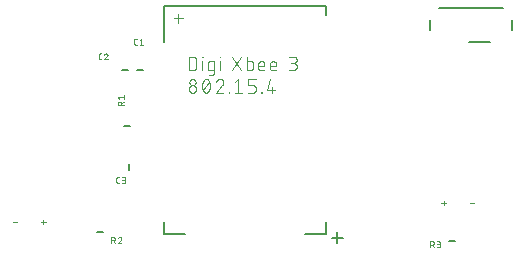
<source format=gbr>
G04 EAGLE Gerber RS-274X export*
G75*
%MOMM*%
%FSLAX34Y34*%
%LPD*%
%INSilkscreen Top*%
%IPPOS*%
%AMOC8*
5,1,8,0,0,1.08239X$1,22.5*%
G01*
%ADD10C,0.127000*%
%ADD11C,0.101600*%
%ADD12C,0.050800*%
%ADD13C,0.203200*%


D10*
X191100Y22921D02*
X173320Y22921D01*
X292700Y22921D02*
X310480Y22921D01*
X310480Y208341D02*
X310480Y215961D01*
X173320Y215961D01*
X173320Y185481D01*
X173320Y33081D02*
X173320Y22921D01*
X310480Y22921D02*
X310480Y33081D01*
D11*
X189237Y205772D02*
X181448Y205772D01*
X185343Y201878D02*
X185343Y209667D01*
X194148Y173543D02*
X194148Y161859D01*
X194148Y173543D02*
X197394Y173543D01*
X197507Y173541D01*
X197620Y173535D01*
X197733Y173525D01*
X197846Y173511D01*
X197958Y173494D01*
X198069Y173472D01*
X198179Y173447D01*
X198289Y173417D01*
X198397Y173384D01*
X198504Y173347D01*
X198610Y173307D01*
X198714Y173262D01*
X198817Y173214D01*
X198918Y173163D01*
X199017Y173108D01*
X199114Y173050D01*
X199209Y172988D01*
X199302Y172923D01*
X199392Y172855D01*
X199480Y172784D01*
X199566Y172709D01*
X199649Y172632D01*
X199729Y172552D01*
X199806Y172469D01*
X199881Y172383D01*
X199952Y172295D01*
X200020Y172205D01*
X200085Y172112D01*
X200147Y172017D01*
X200205Y171920D01*
X200260Y171821D01*
X200311Y171720D01*
X200359Y171617D01*
X200404Y171513D01*
X200444Y171407D01*
X200481Y171300D01*
X200514Y171192D01*
X200544Y171082D01*
X200569Y170972D01*
X200591Y170861D01*
X200608Y170749D01*
X200622Y170636D01*
X200632Y170523D01*
X200638Y170410D01*
X200640Y170297D01*
X200639Y170297D02*
X200639Y165104D01*
X200640Y165104D02*
X200638Y164991D01*
X200632Y164878D01*
X200622Y164765D01*
X200608Y164652D01*
X200591Y164540D01*
X200569Y164429D01*
X200544Y164319D01*
X200514Y164209D01*
X200481Y164101D01*
X200444Y163994D01*
X200404Y163888D01*
X200359Y163784D01*
X200311Y163681D01*
X200260Y163580D01*
X200205Y163481D01*
X200147Y163384D01*
X200085Y163289D01*
X200020Y163196D01*
X199952Y163106D01*
X199881Y163018D01*
X199806Y162932D01*
X199729Y162849D01*
X199649Y162769D01*
X199566Y162692D01*
X199480Y162617D01*
X199392Y162546D01*
X199302Y162478D01*
X199209Y162413D01*
X199114Y162351D01*
X199017Y162293D01*
X198918Y162238D01*
X198817Y162187D01*
X198714Y162139D01*
X198610Y162094D01*
X198504Y162054D01*
X198397Y162017D01*
X198289Y161984D01*
X198179Y161954D01*
X198069Y161929D01*
X197958Y161907D01*
X197846Y161890D01*
X197733Y161876D01*
X197620Y161866D01*
X197507Y161860D01*
X197394Y161858D01*
X197394Y161859D02*
X194148Y161859D01*
X205776Y161859D02*
X205776Y169648D01*
X205451Y172893D02*
X205451Y173543D01*
X206100Y173543D01*
X206100Y172893D01*
X205451Y172893D01*
X212306Y161859D02*
X215552Y161859D01*
X212306Y161859D02*
X212219Y161861D01*
X212131Y161867D01*
X212045Y161877D01*
X211958Y161890D01*
X211873Y161908D01*
X211788Y161929D01*
X211704Y161954D01*
X211622Y161983D01*
X211541Y162016D01*
X211461Y162052D01*
X211383Y162091D01*
X211307Y162135D01*
X211233Y162181D01*
X211162Y162231D01*
X211092Y162284D01*
X211025Y162340D01*
X210961Y162399D01*
X210899Y162461D01*
X210840Y162525D01*
X210784Y162592D01*
X210731Y162662D01*
X210681Y162733D01*
X210635Y162807D01*
X210591Y162883D01*
X210552Y162961D01*
X210516Y163041D01*
X210483Y163122D01*
X210454Y163204D01*
X210429Y163288D01*
X210408Y163373D01*
X210390Y163458D01*
X210377Y163545D01*
X210367Y163631D01*
X210361Y163719D01*
X210359Y163806D01*
X210359Y167701D01*
X210361Y167788D01*
X210367Y167876D01*
X210377Y167962D01*
X210390Y168049D01*
X210408Y168134D01*
X210429Y168219D01*
X210454Y168303D01*
X210483Y168385D01*
X210516Y168466D01*
X210552Y168546D01*
X210591Y168624D01*
X210635Y168700D01*
X210681Y168774D01*
X210731Y168845D01*
X210784Y168915D01*
X210840Y168982D01*
X210899Y169046D01*
X210961Y169108D01*
X211025Y169167D01*
X211092Y169223D01*
X211162Y169276D01*
X211233Y169326D01*
X211307Y169372D01*
X211383Y169416D01*
X211461Y169455D01*
X211541Y169491D01*
X211622Y169524D01*
X211704Y169553D01*
X211788Y169578D01*
X211873Y169599D01*
X211958Y169617D01*
X212045Y169630D01*
X212131Y169640D01*
X212219Y169646D01*
X212306Y169648D01*
X215552Y169648D01*
X215552Y159911D01*
X215550Y159824D01*
X215544Y159736D01*
X215534Y159650D01*
X215521Y159563D01*
X215503Y159478D01*
X215482Y159393D01*
X215457Y159309D01*
X215428Y159227D01*
X215395Y159146D01*
X215359Y159066D01*
X215320Y158988D01*
X215276Y158912D01*
X215230Y158838D01*
X215180Y158767D01*
X215127Y158697D01*
X215071Y158630D01*
X215012Y158566D01*
X214951Y158504D01*
X214886Y158445D01*
X214819Y158389D01*
X214749Y158336D01*
X214678Y158286D01*
X214604Y158240D01*
X214528Y158196D01*
X214450Y158157D01*
X214370Y158121D01*
X214289Y158088D01*
X214207Y158059D01*
X214123Y158034D01*
X214038Y158013D01*
X213953Y157995D01*
X213866Y157982D01*
X213780Y157972D01*
X213692Y157966D01*
X213605Y157964D01*
X211008Y157964D01*
X220634Y161859D02*
X220634Y169648D01*
X220310Y172893D02*
X220310Y173543D01*
X220959Y173543D01*
X220959Y172893D01*
X220310Y172893D01*
X230837Y161859D02*
X238626Y173543D01*
X230837Y173543D02*
X238626Y161859D01*
X243243Y161859D02*
X243243Y173543D01*
X243243Y161859D02*
X246488Y161859D01*
X246575Y161861D01*
X246663Y161867D01*
X246749Y161877D01*
X246836Y161890D01*
X246921Y161908D01*
X247006Y161929D01*
X247090Y161954D01*
X247172Y161983D01*
X247253Y162016D01*
X247333Y162052D01*
X247411Y162091D01*
X247487Y162135D01*
X247561Y162181D01*
X247632Y162231D01*
X247702Y162284D01*
X247769Y162340D01*
X247833Y162399D01*
X247895Y162460D01*
X247954Y162525D01*
X248010Y162592D01*
X248063Y162662D01*
X248113Y162733D01*
X248159Y162807D01*
X248203Y162883D01*
X248242Y162961D01*
X248278Y163041D01*
X248311Y163122D01*
X248340Y163204D01*
X248365Y163288D01*
X248386Y163373D01*
X248404Y163458D01*
X248417Y163545D01*
X248427Y163631D01*
X248433Y163719D01*
X248435Y163806D01*
X248436Y163806D02*
X248436Y167701D01*
X248435Y167701D02*
X248433Y167788D01*
X248427Y167876D01*
X248417Y167962D01*
X248404Y168049D01*
X248386Y168134D01*
X248365Y168219D01*
X248340Y168303D01*
X248311Y168385D01*
X248278Y168466D01*
X248242Y168546D01*
X248203Y168624D01*
X248159Y168700D01*
X248113Y168774D01*
X248063Y168845D01*
X248010Y168915D01*
X247954Y168982D01*
X247895Y169046D01*
X247833Y169108D01*
X247769Y169167D01*
X247702Y169223D01*
X247632Y169276D01*
X247561Y169326D01*
X247487Y169372D01*
X247411Y169416D01*
X247333Y169455D01*
X247253Y169491D01*
X247172Y169524D01*
X247090Y169553D01*
X247006Y169578D01*
X246921Y169599D01*
X246836Y169617D01*
X246749Y169630D01*
X246663Y169640D01*
X246575Y169646D01*
X246488Y169648D01*
X243243Y169648D01*
X255037Y161859D02*
X258283Y161859D01*
X255037Y161859D02*
X254950Y161861D01*
X254862Y161867D01*
X254776Y161877D01*
X254689Y161890D01*
X254604Y161908D01*
X254519Y161929D01*
X254435Y161954D01*
X254353Y161983D01*
X254272Y162016D01*
X254192Y162052D01*
X254114Y162091D01*
X254038Y162135D01*
X253964Y162181D01*
X253893Y162231D01*
X253823Y162284D01*
X253756Y162340D01*
X253692Y162399D01*
X253630Y162461D01*
X253571Y162525D01*
X253515Y162592D01*
X253462Y162662D01*
X253412Y162733D01*
X253366Y162807D01*
X253322Y162883D01*
X253283Y162961D01*
X253247Y163041D01*
X253214Y163122D01*
X253185Y163204D01*
X253160Y163288D01*
X253139Y163373D01*
X253121Y163458D01*
X253108Y163545D01*
X253098Y163631D01*
X253092Y163719D01*
X253090Y163806D01*
X253090Y167051D01*
X253092Y167152D01*
X253098Y167252D01*
X253108Y167352D01*
X253121Y167452D01*
X253139Y167551D01*
X253160Y167650D01*
X253185Y167747D01*
X253214Y167844D01*
X253247Y167939D01*
X253283Y168033D01*
X253323Y168125D01*
X253366Y168216D01*
X253413Y168305D01*
X253463Y168392D01*
X253517Y168478D01*
X253574Y168561D01*
X253634Y168641D01*
X253697Y168720D01*
X253764Y168796D01*
X253833Y168869D01*
X253905Y168939D01*
X253979Y169007D01*
X254056Y169072D01*
X254136Y169133D01*
X254218Y169192D01*
X254302Y169247D01*
X254388Y169299D01*
X254476Y169348D01*
X254566Y169393D01*
X254658Y169435D01*
X254751Y169473D01*
X254846Y169507D01*
X254941Y169538D01*
X255038Y169565D01*
X255136Y169588D01*
X255235Y169608D01*
X255335Y169623D01*
X255435Y169635D01*
X255535Y169643D01*
X255636Y169647D01*
X255736Y169647D01*
X255837Y169643D01*
X255937Y169635D01*
X256037Y169623D01*
X256137Y169608D01*
X256236Y169588D01*
X256334Y169565D01*
X256431Y169538D01*
X256526Y169507D01*
X256621Y169473D01*
X256714Y169435D01*
X256806Y169393D01*
X256896Y169348D01*
X256984Y169299D01*
X257070Y169247D01*
X257154Y169192D01*
X257236Y169133D01*
X257316Y169072D01*
X257393Y169007D01*
X257467Y168939D01*
X257539Y168869D01*
X257608Y168796D01*
X257675Y168720D01*
X257738Y168641D01*
X257798Y168561D01*
X257855Y168478D01*
X257909Y168392D01*
X257959Y168305D01*
X258006Y168216D01*
X258049Y168125D01*
X258089Y168033D01*
X258125Y167939D01*
X258158Y167844D01*
X258187Y167747D01*
X258212Y167650D01*
X258233Y167551D01*
X258251Y167452D01*
X258264Y167352D01*
X258274Y167252D01*
X258280Y167152D01*
X258282Y167051D01*
X258283Y167051D02*
X258283Y165753D01*
X253090Y165753D01*
X264943Y161859D02*
X268189Y161859D01*
X264943Y161859D02*
X264856Y161861D01*
X264768Y161867D01*
X264682Y161877D01*
X264595Y161890D01*
X264510Y161908D01*
X264425Y161929D01*
X264341Y161954D01*
X264259Y161983D01*
X264178Y162016D01*
X264098Y162052D01*
X264020Y162091D01*
X263944Y162135D01*
X263870Y162181D01*
X263799Y162231D01*
X263729Y162284D01*
X263662Y162340D01*
X263598Y162399D01*
X263536Y162461D01*
X263477Y162525D01*
X263421Y162592D01*
X263368Y162662D01*
X263318Y162733D01*
X263272Y162807D01*
X263228Y162883D01*
X263189Y162961D01*
X263153Y163041D01*
X263120Y163122D01*
X263091Y163204D01*
X263066Y163288D01*
X263045Y163373D01*
X263027Y163458D01*
X263014Y163545D01*
X263004Y163631D01*
X262998Y163719D01*
X262996Y163806D01*
X262996Y167051D01*
X262998Y167152D01*
X263004Y167252D01*
X263014Y167352D01*
X263027Y167452D01*
X263045Y167551D01*
X263066Y167650D01*
X263091Y167747D01*
X263120Y167844D01*
X263153Y167939D01*
X263189Y168033D01*
X263229Y168125D01*
X263272Y168216D01*
X263319Y168305D01*
X263369Y168392D01*
X263423Y168478D01*
X263480Y168561D01*
X263540Y168641D01*
X263603Y168720D01*
X263670Y168796D01*
X263739Y168869D01*
X263811Y168939D01*
X263885Y169007D01*
X263962Y169072D01*
X264042Y169133D01*
X264124Y169192D01*
X264208Y169247D01*
X264294Y169299D01*
X264382Y169348D01*
X264472Y169393D01*
X264564Y169435D01*
X264657Y169473D01*
X264752Y169507D01*
X264847Y169538D01*
X264944Y169565D01*
X265042Y169588D01*
X265141Y169608D01*
X265241Y169623D01*
X265341Y169635D01*
X265441Y169643D01*
X265542Y169647D01*
X265642Y169647D01*
X265743Y169643D01*
X265843Y169635D01*
X265943Y169623D01*
X266043Y169608D01*
X266142Y169588D01*
X266240Y169565D01*
X266337Y169538D01*
X266432Y169507D01*
X266527Y169473D01*
X266620Y169435D01*
X266712Y169393D01*
X266802Y169348D01*
X266890Y169299D01*
X266976Y169247D01*
X267060Y169192D01*
X267142Y169133D01*
X267222Y169072D01*
X267299Y169007D01*
X267373Y168939D01*
X267445Y168869D01*
X267514Y168796D01*
X267581Y168720D01*
X267644Y168641D01*
X267704Y168561D01*
X267761Y168478D01*
X267815Y168392D01*
X267865Y168305D01*
X267912Y168216D01*
X267955Y168125D01*
X267995Y168033D01*
X268031Y167939D01*
X268064Y167844D01*
X268093Y167747D01*
X268118Y167650D01*
X268139Y167551D01*
X268157Y167452D01*
X268170Y167352D01*
X268180Y167252D01*
X268186Y167152D01*
X268188Y167051D01*
X268189Y167051D02*
X268189Y165753D01*
X262996Y165753D01*
X279111Y161859D02*
X282356Y161859D01*
X282356Y161858D02*
X282469Y161860D01*
X282582Y161866D01*
X282695Y161876D01*
X282808Y161890D01*
X282920Y161907D01*
X283031Y161929D01*
X283141Y161954D01*
X283251Y161984D01*
X283359Y162017D01*
X283466Y162054D01*
X283572Y162094D01*
X283676Y162139D01*
X283779Y162187D01*
X283880Y162238D01*
X283979Y162293D01*
X284076Y162351D01*
X284171Y162413D01*
X284264Y162478D01*
X284354Y162546D01*
X284442Y162617D01*
X284528Y162692D01*
X284611Y162769D01*
X284691Y162849D01*
X284768Y162932D01*
X284843Y163018D01*
X284914Y163106D01*
X284982Y163196D01*
X285047Y163289D01*
X285109Y163384D01*
X285167Y163481D01*
X285222Y163580D01*
X285273Y163681D01*
X285321Y163784D01*
X285366Y163888D01*
X285406Y163994D01*
X285443Y164101D01*
X285476Y164209D01*
X285506Y164319D01*
X285531Y164429D01*
X285553Y164540D01*
X285570Y164652D01*
X285584Y164765D01*
X285594Y164878D01*
X285600Y164991D01*
X285602Y165104D01*
X285600Y165217D01*
X285594Y165330D01*
X285584Y165443D01*
X285570Y165556D01*
X285553Y165668D01*
X285531Y165779D01*
X285506Y165889D01*
X285476Y165999D01*
X285443Y166107D01*
X285406Y166214D01*
X285366Y166320D01*
X285321Y166424D01*
X285273Y166527D01*
X285222Y166628D01*
X285167Y166727D01*
X285109Y166824D01*
X285047Y166919D01*
X284982Y167012D01*
X284914Y167102D01*
X284843Y167190D01*
X284768Y167276D01*
X284691Y167359D01*
X284611Y167439D01*
X284528Y167516D01*
X284442Y167591D01*
X284354Y167662D01*
X284264Y167730D01*
X284171Y167795D01*
X284076Y167857D01*
X283979Y167915D01*
X283880Y167970D01*
X283779Y168021D01*
X283676Y168069D01*
X283572Y168114D01*
X283466Y168154D01*
X283359Y168191D01*
X283251Y168224D01*
X283141Y168254D01*
X283031Y168279D01*
X282920Y168301D01*
X282808Y168318D01*
X282695Y168332D01*
X282582Y168342D01*
X282469Y168348D01*
X282356Y168350D01*
X283006Y173543D02*
X279111Y173543D01*
X283006Y173542D02*
X283107Y173540D01*
X283207Y173534D01*
X283307Y173524D01*
X283407Y173511D01*
X283506Y173493D01*
X283605Y173472D01*
X283702Y173447D01*
X283799Y173418D01*
X283894Y173385D01*
X283988Y173349D01*
X284080Y173309D01*
X284171Y173266D01*
X284260Y173219D01*
X284347Y173169D01*
X284433Y173115D01*
X284516Y173058D01*
X284596Y172998D01*
X284675Y172935D01*
X284751Y172868D01*
X284824Y172799D01*
X284894Y172727D01*
X284962Y172653D01*
X285027Y172576D01*
X285088Y172496D01*
X285147Y172414D01*
X285202Y172330D01*
X285254Y172244D01*
X285303Y172156D01*
X285348Y172066D01*
X285390Y171974D01*
X285428Y171881D01*
X285462Y171786D01*
X285493Y171691D01*
X285520Y171594D01*
X285543Y171496D01*
X285563Y171397D01*
X285578Y171297D01*
X285590Y171197D01*
X285598Y171097D01*
X285602Y170996D01*
X285602Y170896D01*
X285598Y170795D01*
X285590Y170695D01*
X285578Y170595D01*
X285563Y170495D01*
X285543Y170396D01*
X285520Y170298D01*
X285493Y170201D01*
X285462Y170106D01*
X285428Y170011D01*
X285390Y169918D01*
X285348Y169826D01*
X285303Y169736D01*
X285254Y169648D01*
X285202Y169562D01*
X285147Y169478D01*
X285088Y169396D01*
X285027Y169316D01*
X284962Y169239D01*
X284894Y169165D01*
X284824Y169093D01*
X284751Y169024D01*
X284675Y168957D01*
X284596Y168894D01*
X284516Y168834D01*
X284433Y168777D01*
X284347Y168723D01*
X284260Y168673D01*
X284171Y168626D01*
X284080Y168583D01*
X283988Y168543D01*
X283894Y168507D01*
X283799Y168474D01*
X283702Y168445D01*
X283605Y168420D01*
X283506Y168399D01*
X283407Y168381D01*
X283307Y168368D01*
X283207Y168358D01*
X283107Y168352D01*
X283006Y168350D01*
X280409Y168350D01*
X200640Y146054D02*
X200638Y146167D01*
X200632Y146280D01*
X200622Y146393D01*
X200608Y146506D01*
X200591Y146618D01*
X200569Y146729D01*
X200544Y146839D01*
X200514Y146949D01*
X200481Y147057D01*
X200444Y147164D01*
X200404Y147270D01*
X200359Y147374D01*
X200311Y147477D01*
X200260Y147578D01*
X200205Y147677D01*
X200147Y147774D01*
X200085Y147869D01*
X200020Y147962D01*
X199952Y148052D01*
X199881Y148140D01*
X199806Y148226D01*
X199729Y148309D01*
X199649Y148389D01*
X199566Y148466D01*
X199480Y148541D01*
X199392Y148612D01*
X199302Y148680D01*
X199209Y148745D01*
X199114Y148807D01*
X199017Y148865D01*
X198918Y148920D01*
X198817Y148971D01*
X198714Y149019D01*
X198610Y149064D01*
X198504Y149104D01*
X198397Y149141D01*
X198289Y149174D01*
X198179Y149204D01*
X198069Y149229D01*
X197958Y149251D01*
X197846Y149268D01*
X197733Y149282D01*
X197620Y149292D01*
X197507Y149298D01*
X197394Y149300D01*
X197281Y149298D01*
X197168Y149292D01*
X197055Y149282D01*
X196942Y149268D01*
X196830Y149251D01*
X196719Y149229D01*
X196609Y149204D01*
X196499Y149174D01*
X196391Y149141D01*
X196284Y149104D01*
X196178Y149064D01*
X196074Y149019D01*
X195971Y148971D01*
X195870Y148920D01*
X195771Y148865D01*
X195674Y148807D01*
X195579Y148745D01*
X195486Y148680D01*
X195396Y148612D01*
X195308Y148541D01*
X195222Y148466D01*
X195139Y148389D01*
X195059Y148309D01*
X194982Y148226D01*
X194907Y148140D01*
X194836Y148052D01*
X194768Y147962D01*
X194703Y147869D01*
X194641Y147774D01*
X194583Y147677D01*
X194528Y147578D01*
X194477Y147477D01*
X194429Y147374D01*
X194384Y147270D01*
X194344Y147164D01*
X194307Y147057D01*
X194274Y146949D01*
X194244Y146839D01*
X194219Y146729D01*
X194197Y146618D01*
X194180Y146506D01*
X194166Y146393D01*
X194156Y146280D01*
X194150Y146167D01*
X194148Y146054D01*
X194150Y145941D01*
X194156Y145828D01*
X194166Y145715D01*
X194180Y145602D01*
X194197Y145490D01*
X194219Y145379D01*
X194244Y145269D01*
X194274Y145159D01*
X194307Y145051D01*
X194344Y144944D01*
X194384Y144838D01*
X194429Y144734D01*
X194477Y144631D01*
X194528Y144530D01*
X194583Y144431D01*
X194641Y144334D01*
X194703Y144239D01*
X194768Y144146D01*
X194836Y144056D01*
X194907Y143968D01*
X194982Y143882D01*
X195059Y143799D01*
X195139Y143719D01*
X195222Y143642D01*
X195308Y143567D01*
X195396Y143496D01*
X195486Y143428D01*
X195579Y143363D01*
X195674Y143301D01*
X195771Y143243D01*
X195870Y143188D01*
X195971Y143137D01*
X196074Y143089D01*
X196178Y143044D01*
X196284Y143004D01*
X196391Y142967D01*
X196499Y142934D01*
X196609Y142904D01*
X196719Y142879D01*
X196830Y142857D01*
X196942Y142840D01*
X197055Y142826D01*
X197168Y142816D01*
X197281Y142810D01*
X197394Y142808D01*
X197507Y142810D01*
X197620Y142816D01*
X197733Y142826D01*
X197846Y142840D01*
X197958Y142857D01*
X198069Y142879D01*
X198179Y142904D01*
X198289Y142934D01*
X198397Y142967D01*
X198504Y143004D01*
X198610Y143044D01*
X198714Y143089D01*
X198817Y143137D01*
X198918Y143188D01*
X199017Y143243D01*
X199114Y143301D01*
X199209Y143363D01*
X199302Y143428D01*
X199392Y143496D01*
X199480Y143567D01*
X199566Y143642D01*
X199649Y143719D01*
X199729Y143799D01*
X199806Y143882D01*
X199881Y143968D01*
X199952Y144056D01*
X200020Y144146D01*
X200085Y144239D01*
X200147Y144334D01*
X200205Y144431D01*
X200260Y144530D01*
X200311Y144631D01*
X200359Y144734D01*
X200404Y144838D01*
X200444Y144944D01*
X200481Y145051D01*
X200514Y145159D01*
X200544Y145269D01*
X200569Y145379D01*
X200591Y145490D01*
X200608Y145602D01*
X200622Y145715D01*
X200632Y145828D01*
X200638Y145941D01*
X200640Y146054D01*
X199990Y151896D02*
X199988Y151997D01*
X199982Y152097D01*
X199972Y152197D01*
X199959Y152297D01*
X199941Y152396D01*
X199920Y152495D01*
X199895Y152592D01*
X199866Y152689D01*
X199833Y152784D01*
X199797Y152878D01*
X199757Y152970D01*
X199714Y153061D01*
X199667Y153150D01*
X199617Y153237D01*
X199563Y153323D01*
X199506Y153406D01*
X199446Y153486D01*
X199383Y153565D01*
X199316Y153641D01*
X199247Y153714D01*
X199175Y153784D01*
X199101Y153852D01*
X199024Y153917D01*
X198944Y153978D01*
X198862Y154037D01*
X198778Y154092D01*
X198692Y154144D01*
X198604Y154193D01*
X198514Y154238D01*
X198422Y154280D01*
X198329Y154318D01*
X198234Y154352D01*
X198139Y154383D01*
X198042Y154410D01*
X197944Y154433D01*
X197845Y154453D01*
X197745Y154468D01*
X197645Y154480D01*
X197545Y154488D01*
X197444Y154492D01*
X197344Y154492D01*
X197243Y154488D01*
X197143Y154480D01*
X197043Y154468D01*
X196943Y154453D01*
X196844Y154433D01*
X196746Y154410D01*
X196649Y154383D01*
X196554Y154352D01*
X196459Y154318D01*
X196366Y154280D01*
X196274Y154238D01*
X196184Y154193D01*
X196096Y154144D01*
X196010Y154092D01*
X195926Y154037D01*
X195844Y153978D01*
X195764Y153917D01*
X195687Y153852D01*
X195613Y153784D01*
X195541Y153714D01*
X195472Y153641D01*
X195405Y153565D01*
X195342Y153486D01*
X195282Y153406D01*
X195225Y153323D01*
X195171Y153237D01*
X195121Y153150D01*
X195074Y153061D01*
X195031Y152970D01*
X194991Y152878D01*
X194955Y152784D01*
X194922Y152689D01*
X194893Y152592D01*
X194868Y152495D01*
X194847Y152396D01*
X194829Y152297D01*
X194816Y152197D01*
X194806Y152097D01*
X194800Y151997D01*
X194798Y151896D01*
X194800Y151795D01*
X194806Y151695D01*
X194816Y151595D01*
X194829Y151495D01*
X194847Y151396D01*
X194868Y151297D01*
X194893Y151200D01*
X194922Y151103D01*
X194955Y151008D01*
X194991Y150914D01*
X195031Y150822D01*
X195074Y150731D01*
X195121Y150642D01*
X195171Y150555D01*
X195225Y150469D01*
X195282Y150386D01*
X195342Y150306D01*
X195405Y150227D01*
X195472Y150151D01*
X195541Y150078D01*
X195613Y150008D01*
X195687Y149940D01*
X195764Y149875D01*
X195844Y149814D01*
X195926Y149755D01*
X196010Y149700D01*
X196096Y149648D01*
X196184Y149599D01*
X196274Y149554D01*
X196366Y149512D01*
X196459Y149474D01*
X196554Y149440D01*
X196649Y149409D01*
X196746Y149382D01*
X196844Y149359D01*
X196943Y149339D01*
X197043Y149324D01*
X197143Y149312D01*
X197243Y149304D01*
X197344Y149300D01*
X197444Y149300D01*
X197545Y149304D01*
X197645Y149312D01*
X197745Y149324D01*
X197845Y149339D01*
X197944Y149359D01*
X198042Y149382D01*
X198139Y149409D01*
X198234Y149440D01*
X198329Y149474D01*
X198422Y149512D01*
X198514Y149554D01*
X198604Y149599D01*
X198692Y149648D01*
X198778Y149700D01*
X198862Y149755D01*
X198944Y149814D01*
X199024Y149875D01*
X199101Y149940D01*
X199175Y150008D01*
X199247Y150078D01*
X199316Y150151D01*
X199383Y150227D01*
X199446Y150306D01*
X199506Y150386D01*
X199563Y150469D01*
X199617Y150555D01*
X199667Y150642D01*
X199714Y150731D01*
X199757Y150822D01*
X199797Y150914D01*
X199833Y151008D01*
X199866Y151103D01*
X199895Y151200D01*
X199920Y151297D01*
X199941Y151396D01*
X199959Y151495D01*
X199972Y151595D01*
X199982Y151695D01*
X199988Y151795D01*
X199990Y151896D01*
X205578Y148651D02*
X205581Y148881D01*
X205589Y149111D01*
X205603Y149340D01*
X205622Y149569D01*
X205647Y149798D01*
X205677Y150025D01*
X205712Y150253D01*
X205753Y150479D01*
X205799Y150704D01*
X205851Y150928D01*
X205908Y151150D01*
X205970Y151372D01*
X206038Y151591D01*
X206111Y151809D01*
X206189Y152026D01*
X206272Y152240D01*
X206360Y152452D01*
X206453Y152662D01*
X206552Y152870D01*
X206585Y152960D01*
X206621Y153049D01*
X206661Y153137D01*
X206705Y153222D01*
X206752Y153306D01*
X206802Y153388D01*
X206856Y153468D01*
X206912Y153545D01*
X206972Y153621D01*
X207035Y153694D01*
X207100Y153764D01*
X207169Y153832D01*
X207240Y153896D01*
X207313Y153958D01*
X207389Y154017D01*
X207467Y154073D01*
X207548Y154126D01*
X207630Y154175D01*
X207714Y154221D01*
X207801Y154264D01*
X207888Y154303D01*
X207978Y154339D01*
X208068Y154371D01*
X208160Y154399D01*
X208253Y154424D01*
X208347Y154445D01*
X208441Y154462D01*
X208536Y154476D01*
X208632Y154485D01*
X208728Y154491D01*
X208824Y154493D01*
X208920Y154491D01*
X209016Y154485D01*
X209112Y154476D01*
X209207Y154462D01*
X209301Y154445D01*
X209395Y154424D01*
X209488Y154399D01*
X209580Y154371D01*
X209670Y154339D01*
X209760Y154303D01*
X209847Y154264D01*
X209934Y154221D01*
X210018Y154175D01*
X210100Y154126D01*
X210181Y154073D01*
X210259Y154017D01*
X210335Y153958D01*
X210408Y153896D01*
X210479Y153832D01*
X210548Y153764D01*
X210613Y153694D01*
X210676Y153621D01*
X210736Y153545D01*
X210792Y153468D01*
X210846Y153388D01*
X210896Y153306D01*
X210943Y153222D01*
X210987Y153137D01*
X211027Y153049D01*
X211063Y152960D01*
X211096Y152870D01*
X211195Y152663D01*
X211288Y152453D01*
X211376Y152240D01*
X211459Y152026D01*
X211537Y151810D01*
X211610Y151592D01*
X211678Y151372D01*
X211740Y151151D01*
X211797Y150928D01*
X211849Y150704D01*
X211895Y150479D01*
X211936Y150253D01*
X211971Y150026D01*
X212001Y149798D01*
X212026Y149569D01*
X212045Y149340D01*
X212059Y149111D01*
X212067Y148881D01*
X212070Y148651D01*
X205578Y148651D02*
X205581Y148421D01*
X205589Y148191D01*
X205603Y147962D01*
X205622Y147733D01*
X205647Y147504D01*
X205677Y147276D01*
X205712Y147049D01*
X205753Y146823D01*
X205799Y146598D01*
X205851Y146374D01*
X205908Y146151D01*
X205970Y145930D01*
X206038Y145710D01*
X206111Y145492D01*
X206189Y145276D01*
X206272Y145062D01*
X206360Y144850D01*
X206453Y144639D01*
X206552Y144432D01*
X206552Y144431D02*
X206585Y144341D01*
X206621Y144252D01*
X206662Y144164D01*
X206705Y144079D01*
X206752Y143995D01*
X206802Y143913D01*
X206856Y143833D01*
X206912Y143756D01*
X206972Y143680D01*
X207035Y143607D01*
X207100Y143537D01*
X207169Y143469D01*
X207240Y143405D01*
X207313Y143343D01*
X207389Y143284D01*
X207467Y143228D01*
X207548Y143175D01*
X207630Y143126D01*
X207714Y143080D01*
X207801Y143037D01*
X207888Y142998D01*
X207978Y142962D01*
X208068Y142930D01*
X208160Y142902D01*
X208253Y142877D01*
X208347Y142856D01*
X208441Y142839D01*
X208536Y142825D01*
X208632Y142816D01*
X208728Y142810D01*
X208824Y142808D01*
X211095Y144432D02*
X211194Y144639D01*
X211287Y144850D01*
X211375Y145062D01*
X211458Y145276D01*
X211536Y145492D01*
X211609Y145710D01*
X211677Y145930D01*
X211739Y146151D01*
X211796Y146374D01*
X211848Y146598D01*
X211894Y146823D01*
X211935Y147049D01*
X211970Y147276D01*
X212000Y147504D01*
X212025Y147733D01*
X212044Y147962D01*
X212058Y148191D01*
X212066Y148421D01*
X212069Y148651D01*
X211096Y144431D02*
X211063Y144341D01*
X211027Y144252D01*
X210987Y144164D01*
X210943Y144079D01*
X210896Y143995D01*
X210846Y143913D01*
X210792Y143833D01*
X210736Y143756D01*
X210676Y143680D01*
X210613Y143607D01*
X210548Y143537D01*
X210479Y143469D01*
X210408Y143405D01*
X210335Y143343D01*
X210259Y143284D01*
X210181Y143228D01*
X210100Y143175D01*
X210018Y143126D01*
X209934Y143080D01*
X209847Y143037D01*
X209760Y142998D01*
X209670Y142962D01*
X209580Y142930D01*
X209488Y142902D01*
X209395Y142877D01*
X209301Y142856D01*
X209207Y142839D01*
X209112Y142825D01*
X209016Y142816D01*
X208920Y142810D01*
X208824Y142808D01*
X206227Y145405D02*
X211420Y151896D01*
X220578Y154493D02*
X220685Y154491D01*
X220791Y154485D01*
X220897Y154475D01*
X221003Y154462D01*
X221109Y154444D01*
X221213Y154423D01*
X221317Y154398D01*
X221420Y154369D01*
X221521Y154337D01*
X221621Y154300D01*
X221720Y154260D01*
X221818Y154217D01*
X221914Y154170D01*
X222008Y154119D01*
X222100Y154065D01*
X222190Y154008D01*
X222278Y153948D01*
X222363Y153884D01*
X222446Y153817D01*
X222527Y153747D01*
X222605Y153675D01*
X222681Y153599D01*
X222753Y153521D01*
X222823Y153440D01*
X222890Y153357D01*
X222954Y153272D01*
X223014Y153184D01*
X223071Y153094D01*
X223125Y153002D01*
X223176Y152908D01*
X223223Y152812D01*
X223266Y152714D01*
X223306Y152615D01*
X223343Y152515D01*
X223375Y152414D01*
X223404Y152311D01*
X223429Y152207D01*
X223450Y152103D01*
X223468Y151997D01*
X223481Y151891D01*
X223491Y151785D01*
X223497Y151679D01*
X223499Y151572D01*
X220578Y154493D02*
X220457Y154491D01*
X220336Y154485D01*
X220216Y154475D01*
X220095Y154462D01*
X219976Y154444D01*
X219856Y154423D01*
X219738Y154398D01*
X219621Y154369D01*
X219504Y154336D01*
X219389Y154300D01*
X219275Y154259D01*
X219162Y154216D01*
X219050Y154168D01*
X218941Y154117D01*
X218833Y154062D01*
X218726Y154004D01*
X218622Y153943D01*
X218520Y153878D01*
X218420Y153810D01*
X218322Y153739D01*
X218226Y153665D01*
X218133Y153588D01*
X218043Y153507D01*
X217955Y153424D01*
X217870Y153338D01*
X217787Y153249D01*
X217708Y153158D01*
X217631Y153064D01*
X217558Y152968D01*
X217488Y152870D01*
X217421Y152769D01*
X217357Y152666D01*
X217297Y152561D01*
X217240Y152454D01*
X217186Y152346D01*
X217136Y152236D01*
X217090Y152124D01*
X217047Y152011D01*
X217008Y151896D01*
X222526Y149300D02*
X222605Y149377D01*
X222681Y149458D01*
X222754Y149541D01*
X222824Y149626D01*
X222891Y149714D01*
X222955Y149804D01*
X223015Y149896D01*
X223072Y149991D01*
X223126Y150087D01*
X223177Y150185D01*
X223224Y150285D01*
X223268Y150387D01*
X223308Y150490D01*
X223344Y150594D01*
X223376Y150700D01*
X223405Y150806D01*
X223430Y150914D01*
X223452Y151022D01*
X223469Y151132D01*
X223483Y151241D01*
X223492Y151351D01*
X223498Y151462D01*
X223500Y151572D01*
X222525Y149300D02*
X217008Y142809D01*
X223499Y142809D01*
X227930Y142809D02*
X227930Y143458D01*
X228579Y143458D01*
X228579Y142809D01*
X227930Y142809D01*
X233010Y151896D02*
X236255Y154493D01*
X236255Y142809D01*
X233010Y142809D02*
X239501Y142809D01*
X244440Y142809D02*
X248335Y142809D01*
X248434Y142811D01*
X248534Y142817D01*
X248633Y142826D01*
X248731Y142839D01*
X248829Y142856D01*
X248927Y142877D01*
X249023Y142902D01*
X249118Y142930D01*
X249212Y142962D01*
X249305Y142997D01*
X249397Y143036D01*
X249487Y143079D01*
X249575Y143124D01*
X249662Y143174D01*
X249746Y143226D01*
X249829Y143282D01*
X249909Y143340D01*
X249987Y143402D01*
X250062Y143467D01*
X250135Y143535D01*
X250205Y143605D01*
X250273Y143678D01*
X250338Y143753D01*
X250400Y143831D01*
X250458Y143911D01*
X250514Y143994D01*
X250566Y144078D01*
X250616Y144165D01*
X250661Y144253D01*
X250704Y144343D01*
X250743Y144435D01*
X250778Y144528D01*
X250810Y144622D01*
X250838Y144717D01*
X250863Y144813D01*
X250884Y144911D01*
X250901Y145009D01*
X250914Y145107D01*
X250923Y145206D01*
X250929Y145306D01*
X250931Y145405D01*
X250931Y146703D01*
X250929Y146802D01*
X250923Y146902D01*
X250914Y147001D01*
X250901Y147099D01*
X250884Y147197D01*
X250863Y147295D01*
X250838Y147391D01*
X250810Y147486D01*
X250778Y147580D01*
X250743Y147673D01*
X250704Y147765D01*
X250661Y147855D01*
X250616Y147943D01*
X250566Y148030D01*
X250514Y148114D01*
X250458Y148197D01*
X250400Y148277D01*
X250338Y148355D01*
X250273Y148430D01*
X250205Y148503D01*
X250135Y148573D01*
X250062Y148641D01*
X249987Y148706D01*
X249909Y148768D01*
X249829Y148826D01*
X249746Y148882D01*
X249662Y148934D01*
X249575Y148984D01*
X249487Y149029D01*
X249397Y149072D01*
X249305Y149111D01*
X249212Y149146D01*
X249118Y149178D01*
X249023Y149206D01*
X248927Y149231D01*
X248829Y149252D01*
X248731Y149269D01*
X248633Y149282D01*
X248534Y149291D01*
X248434Y149297D01*
X248335Y149299D01*
X248335Y149300D02*
X244440Y149300D01*
X244440Y154493D01*
X250931Y154493D01*
X255362Y143458D02*
X255362Y142809D01*
X255362Y143458D02*
X256011Y143458D01*
X256011Y142809D01*
X255362Y142809D01*
X260442Y145405D02*
X263038Y154493D01*
X260442Y145405D02*
X266933Y145405D01*
X264986Y148001D02*
X264986Y142809D01*
D12*
X408084Y49446D02*
X411979Y49446D01*
X410031Y47499D02*
X410031Y51393D01*
X432214Y49347D02*
X435939Y49347D01*
X73116Y33386D02*
X69221Y33386D01*
X71169Y31439D02*
X71169Y35333D01*
X48986Y33541D02*
X45261Y33541D01*
D13*
X414570Y17210D02*
X419650Y17210D01*
D11*
X398743Y17088D02*
X398743Y12008D01*
X398743Y17088D02*
X400154Y17088D01*
X400228Y17086D01*
X400301Y17080D01*
X400375Y17071D01*
X400447Y17057D01*
X400519Y17040D01*
X400590Y17019D01*
X400660Y16994D01*
X400728Y16966D01*
X400795Y16934D01*
X400860Y16899D01*
X400922Y16860D01*
X400983Y16819D01*
X401042Y16774D01*
X401098Y16726D01*
X401152Y16675D01*
X401203Y16621D01*
X401251Y16565D01*
X401296Y16506D01*
X401337Y16445D01*
X401376Y16383D01*
X401411Y16318D01*
X401443Y16251D01*
X401471Y16183D01*
X401496Y16113D01*
X401517Y16042D01*
X401534Y15970D01*
X401548Y15898D01*
X401557Y15824D01*
X401563Y15751D01*
X401565Y15677D01*
X401563Y15603D01*
X401557Y15530D01*
X401548Y15456D01*
X401534Y15384D01*
X401517Y15312D01*
X401496Y15241D01*
X401471Y15171D01*
X401443Y15103D01*
X401411Y15036D01*
X401376Y14972D01*
X401337Y14909D01*
X401296Y14848D01*
X401251Y14789D01*
X401203Y14733D01*
X401152Y14679D01*
X401098Y14628D01*
X401042Y14580D01*
X400983Y14535D01*
X400922Y14494D01*
X400860Y14455D01*
X400795Y14420D01*
X400728Y14388D01*
X400660Y14360D01*
X400590Y14335D01*
X400519Y14314D01*
X400447Y14297D01*
X400375Y14283D01*
X400301Y14274D01*
X400228Y14268D01*
X400154Y14266D01*
X398743Y14266D01*
X400436Y14266D02*
X401565Y12008D01*
X404175Y12008D02*
X405586Y12008D01*
X405660Y12010D01*
X405733Y12016D01*
X405807Y12025D01*
X405879Y12039D01*
X405951Y12056D01*
X406022Y12077D01*
X406092Y12102D01*
X406160Y12130D01*
X406227Y12162D01*
X406292Y12197D01*
X406354Y12236D01*
X406415Y12277D01*
X406474Y12322D01*
X406530Y12370D01*
X406584Y12421D01*
X406635Y12475D01*
X406683Y12531D01*
X406728Y12590D01*
X406769Y12651D01*
X406808Y12714D01*
X406843Y12778D01*
X406875Y12845D01*
X406903Y12913D01*
X406928Y12983D01*
X406949Y13054D01*
X406966Y13126D01*
X406980Y13198D01*
X406989Y13272D01*
X406995Y13345D01*
X406997Y13419D01*
X406995Y13493D01*
X406989Y13566D01*
X406980Y13640D01*
X406966Y13712D01*
X406949Y13784D01*
X406928Y13855D01*
X406903Y13925D01*
X406875Y13993D01*
X406843Y14060D01*
X406808Y14125D01*
X406769Y14187D01*
X406728Y14248D01*
X406683Y14307D01*
X406635Y14363D01*
X406584Y14417D01*
X406530Y14468D01*
X406474Y14516D01*
X406415Y14561D01*
X406354Y14602D01*
X406292Y14641D01*
X406227Y14676D01*
X406160Y14708D01*
X406092Y14736D01*
X406022Y14761D01*
X405951Y14782D01*
X405879Y14799D01*
X405807Y14813D01*
X405733Y14822D01*
X405660Y14828D01*
X405586Y14830D01*
X405868Y17088D02*
X404175Y17088D01*
X405868Y17088D02*
X405934Y17086D01*
X405999Y17080D01*
X406064Y17071D01*
X406128Y17058D01*
X406192Y17041D01*
X406254Y17020D01*
X406315Y16996D01*
X406375Y16968D01*
X406433Y16937D01*
X406488Y16902D01*
X406542Y16865D01*
X406594Y16824D01*
X406643Y16780D01*
X406689Y16734D01*
X406733Y16685D01*
X406774Y16633D01*
X406811Y16579D01*
X406846Y16524D01*
X406877Y16466D01*
X406905Y16406D01*
X406929Y16345D01*
X406950Y16283D01*
X406967Y16219D01*
X406980Y16155D01*
X406989Y16090D01*
X406995Y16025D01*
X406997Y15959D01*
X406995Y15893D01*
X406989Y15828D01*
X406980Y15763D01*
X406967Y15699D01*
X406950Y15635D01*
X406929Y15573D01*
X406905Y15512D01*
X406877Y15452D01*
X406846Y15395D01*
X406811Y15339D01*
X406774Y15285D01*
X406733Y15233D01*
X406689Y15184D01*
X406643Y15138D01*
X406594Y15094D01*
X406542Y15053D01*
X406488Y15016D01*
X406433Y14981D01*
X406375Y14950D01*
X406315Y14922D01*
X406254Y14898D01*
X406192Y14877D01*
X406128Y14860D01*
X406064Y14847D01*
X405999Y14838D01*
X405934Y14832D01*
X405868Y14830D01*
X404739Y14830D01*
D13*
X144680Y114720D02*
X139600Y114720D01*
D11*
X139092Y132373D02*
X134012Y132373D01*
X134012Y133784D01*
X134014Y133858D01*
X134020Y133931D01*
X134029Y134005D01*
X134043Y134077D01*
X134060Y134149D01*
X134081Y134220D01*
X134106Y134290D01*
X134134Y134358D01*
X134166Y134425D01*
X134201Y134490D01*
X134240Y134552D01*
X134281Y134613D01*
X134326Y134672D01*
X134374Y134728D01*
X134425Y134782D01*
X134479Y134833D01*
X134535Y134881D01*
X134594Y134926D01*
X134655Y134967D01*
X134718Y135006D01*
X134782Y135041D01*
X134849Y135073D01*
X134917Y135101D01*
X134987Y135126D01*
X135058Y135147D01*
X135130Y135164D01*
X135202Y135178D01*
X135276Y135187D01*
X135349Y135193D01*
X135423Y135195D01*
X135497Y135193D01*
X135570Y135187D01*
X135644Y135178D01*
X135716Y135164D01*
X135788Y135147D01*
X135859Y135126D01*
X135929Y135101D01*
X135997Y135073D01*
X136064Y135041D01*
X136129Y135006D01*
X136191Y134967D01*
X136252Y134926D01*
X136311Y134881D01*
X136367Y134833D01*
X136421Y134782D01*
X136472Y134728D01*
X136520Y134672D01*
X136565Y134613D01*
X136606Y134552D01*
X136645Y134490D01*
X136680Y134425D01*
X136712Y134358D01*
X136740Y134290D01*
X136765Y134220D01*
X136786Y134149D01*
X136803Y134077D01*
X136817Y134005D01*
X136826Y133931D01*
X136832Y133858D01*
X136834Y133784D01*
X136834Y132373D01*
X136834Y134066D02*
X139092Y135195D01*
X135141Y137805D02*
X134012Y139216D01*
X139092Y139216D01*
X139092Y137805D02*
X139092Y140627D01*
D13*
X121680Y24570D02*
X116600Y24570D01*
D11*
X128748Y20679D02*
X128748Y15599D01*
X128748Y20679D02*
X130159Y20679D01*
X130233Y20677D01*
X130306Y20671D01*
X130380Y20662D01*
X130452Y20648D01*
X130524Y20631D01*
X130595Y20610D01*
X130665Y20585D01*
X130733Y20557D01*
X130800Y20525D01*
X130864Y20490D01*
X130927Y20451D01*
X130988Y20410D01*
X131047Y20365D01*
X131103Y20317D01*
X131157Y20266D01*
X131208Y20212D01*
X131256Y20156D01*
X131301Y20097D01*
X131342Y20036D01*
X131381Y19974D01*
X131416Y19909D01*
X131448Y19842D01*
X131476Y19774D01*
X131501Y19704D01*
X131522Y19633D01*
X131539Y19561D01*
X131553Y19489D01*
X131562Y19415D01*
X131568Y19342D01*
X131570Y19268D01*
X131568Y19194D01*
X131562Y19121D01*
X131553Y19047D01*
X131539Y18975D01*
X131522Y18903D01*
X131501Y18832D01*
X131476Y18762D01*
X131448Y18694D01*
X131416Y18627D01*
X131381Y18563D01*
X131342Y18500D01*
X131301Y18439D01*
X131256Y18380D01*
X131208Y18324D01*
X131157Y18270D01*
X131103Y18219D01*
X131047Y18171D01*
X130988Y18126D01*
X130927Y18085D01*
X130865Y18046D01*
X130800Y18011D01*
X130733Y17979D01*
X130665Y17951D01*
X130595Y17926D01*
X130524Y17905D01*
X130452Y17888D01*
X130380Y17874D01*
X130306Y17865D01*
X130233Y17859D01*
X130159Y17857D01*
X128748Y17857D01*
X130441Y17857D02*
X131570Y15599D01*
X135732Y20679D02*
X135801Y20677D01*
X135869Y20672D01*
X135937Y20662D01*
X136005Y20649D01*
X136072Y20633D01*
X136138Y20613D01*
X136202Y20589D01*
X136265Y20562D01*
X136327Y20531D01*
X136387Y20497D01*
X136445Y20460D01*
X136501Y20420D01*
X136554Y20377D01*
X136605Y20331D01*
X136654Y20282D01*
X136700Y20231D01*
X136743Y20178D01*
X136783Y20122D01*
X136820Y20064D01*
X136854Y20004D01*
X136885Y19942D01*
X136912Y19879D01*
X136936Y19815D01*
X136956Y19749D01*
X136972Y19682D01*
X136985Y19614D01*
X136995Y19546D01*
X137000Y19478D01*
X137002Y19409D01*
X135732Y20679D02*
X135653Y20677D01*
X135574Y20671D01*
X135496Y20662D01*
X135418Y20649D01*
X135341Y20632D01*
X135265Y20611D01*
X135190Y20586D01*
X135116Y20558D01*
X135044Y20527D01*
X134973Y20492D01*
X134904Y20453D01*
X134837Y20412D01*
X134772Y20367D01*
X134709Y20319D01*
X134649Y20268D01*
X134591Y20214D01*
X134536Y20158D01*
X134484Y20099D01*
X134435Y20037D01*
X134388Y19973D01*
X134345Y19907D01*
X134305Y19839D01*
X134268Y19769D01*
X134235Y19697D01*
X134206Y19624D01*
X134179Y19550D01*
X136579Y18421D02*
X136627Y18470D01*
X136674Y18521D01*
X136717Y18575D01*
X136758Y18631D01*
X136796Y18688D01*
X136831Y18748D01*
X136863Y18809D01*
X136892Y18872D01*
X136917Y18936D01*
X136940Y19001D01*
X136959Y19068D01*
X136974Y19135D01*
X136986Y19203D01*
X136995Y19271D01*
X137000Y19340D01*
X137002Y19409D01*
X136579Y18421D02*
X134180Y15599D01*
X137002Y15599D01*
D13*
X138020Y162040D02*
X143100Y162040D01*
D11*
X120281Y171068D02*
X119152Y171068D01*
X119086Y171070D01*
X119021Y171076D01*
X118956Y171085D01*
X118892Y171098D01*
X118828Y171115D01*
X118766Y171136D01*
X118705Y171160D01*
X118645Y171188D01*
X118588Y171219D01*
X118532Y171254D01*
X118478Y171291D01*
X118426Y171332D01*
X118377Y171376D01*
X118331Y171422D01*
X118287Y171471D01*
X118246Y171523D01*
X118209Y171577D01*
X118174Y171633D01*
X118143Y171690D01*
X118115Y171750D01*
X118091Y171811D01*
X118070Y171873D01*
X118053Y171937D01*
X118040Y172001D01*
X118031Y172066D01*
X118025Y172131D01*
X118023Y172197D01*
X118023Y175019D01*
X118025Y175085D01*
X118031Y175150D01*
X118040Y175215D01*
X118053Y175279D01*
X118070Y175343D01*
X118091Y175405D01*
X118115Y175466D01*
X118143Y175526D01*
X118174Y175583D01*
X118209Y175639D01*
X118246Y175693D01*
X118287Y175745D01*
X118331Y175794D01*
X118377Y175840D01*
X118426Y175884D01*
X118478Y175925D01*
X118532Y175962D01*
X118587Y175997D01*
X118645Y176028D01*
X118705Y176056D01*
X118766Y176080D01*
X118828Y176101D01*
X118892Y176118D01*
X118956Y176131D01*
X119021Y176140D01*
X119086Y176146D01*
X119152Y176148D01*
X120281Y176148D01*
X124172Y176148D02*
X124241Y176146D01*
X124309Y176141D01*
X124377Y176131D01*
X124445Y176118D01*
X124512Y176102D01*
X124578Y176082D01*
X124642Y176058D01*
X124705Y176031D01*
X124767Y176000D01*
X124827Y175966D01*
X124885Y175929D01*
X124941Y175889D01*
X124994Y175846D01*
X125045Y175800D01*
X125094Y175751D01*
X125140Y175700D01*
X125183Y175647D01*
X125223Y175591D01*
X125260Y175533D01*
X125294Y175473D01*
X125325Y175411D01*
X125352Y175348D01*
X125376Y175284D01*
X125396Y175218D01*
X125412Y175151D01*
X125425Y175083D01*
X125435Y175015D01*
X125440Y174947D01*
X125442Y174878D01*
X124172Y176148D02*
X124093Y176146D01*
X124014Y176140D01*
X123936Y176131D01*
X123858Y176118D01*
X123781Y176101D01*
X123705Y176080D01*
X123630Y176055D01*
X123556Y176027D01*
X123484Y175996D01*
X123413Y175961D01*
X123344Y175922D01*
X123277Y175881D01*
X123212Y175836D01*
X123149Y175788D01*
X123089Y175737D01*
X123031Y175683D01*
X122976Y175627D01*
X122924Y175568D01*
X122875Y175506D01*
X122828Y175442D01*
X122785Y175376D01*
X122745Y175308D01*
X122708Y175238D01*
X122675Y175166D01*
X122646Y175093D01*
X122619Y175019D01*
X125019Y173890D02*
X125067Y173939D01*
X125114Y173990D01*
X125157Y174044D01*
X125198Y174100D01*
X125236Y174157D01*
X125271Y174217D01*
X125303Y174278D01*
X125332Y174341D01*
X125357Y174405D01*
X125380Y174470D01*
X125399Y174537D01*
X125414Y174604D01*
X125426Y174672D01*
X125435Y174740D01*
X125440Y174809D01*
X125442Y174878D01*
X125018Y173890D02*
X122620Y171068D01*
X125442Y171068D01*
D13*
X150560Y162440D02*
X155640Y162440D01*
D11*
X150361Y183608D02*
X149232Y183608D01*
X149166Y183610D01*
X149101Y183616D01*
X149036Y183625D01*
X148972Y183638D01*
X148908Y183655D01*
X148846Y183676D01*
X148785Y183700D01*
X148725Y183728D01*
X148668Y183759D01*
X148612Y183794D01*
X148558Y183831D01*
X148506Y183872D01*
X148457Y183916D01*
X148411Y183962D01*
X148367Y184011D01*
X148326Y184063D01*
X148289Y184117D01*
X148254Y184173D01*
X148223Y184230D01*
X148195Y184290D01*
X148171Y184351D01*
X148150Y184413D01*
X148133Y184477D01*
X148120Y184541D01*
X148111Y184606D01*
X148105Y184671D01*
X148103Y184737D01*
X148103Y187559D01*
X148105Y187625D01*
X148111Y187690D01*
X148120Y187755D01*
X148133Y187819D01*
X148150Y187883D01*
X148171Y187945D01*
X148195Y188006D01*
X148223Y188066D01*
X148254Y188123D01*
X148289Y188179D01*
X148326Y188233D01*
X148367Y188285D01*
X148411Y188334D01*
X148457Y188380D01*
X148506Y188424D01*
X148558Y188465D01*
X148612Y188502D01*
X148667Y188537D01*
X148725Y188568D01*
X148785Y188596D01*
X148846Y188620D01*
X148908Y188641D01*
X148972Y188658D01*
X149036Y188671D01*
X149101Y188680D01*
X149166Y188686D01*
X149232Y188688D01*
X150361Y188688D01*
X152700Y187559D02*
X154111Y188688D01*
X154111Y183608D01*
X152700Y183608D02*
X155522Y183608D01*
D10*
X315285Y20108D02*
X324598Y20108D01*
X319942Y24764D02*
X319942Y15451D01*
D13*
X143210Y77320D02*
X143210Y82400D01*
D11*
X135181Y66398D02*
X134052Y66398D01*
X133986Y66400D01*
X133921Y66406D01*
X133856Y66415D01*
X133792Y66428D01*
X133728Y66445D01*
X133666Y66466D01*
X133605Y66490D01*
X133545Y66518D01*
X133488Y66549D01*
X133432Y66584D01*
X133378Y66621D01*
X133326Y66662D01*
X133277Y66706D01*
X133231Y66752D01*
X133187Y66801D01*
X133146Y66853D01*
X133109Y66907D01*
X133074Y66963D01*
X133043Y67020D01*
X133015Y67080D01*
X132991Y67141D01*
X132970Y67203D01*
X132953Y67267D01*
X132940Y67331D01*
X132931Y67396D01*
X132925Y67461D01*
X132923Y67527D01*
X132923Y70349D01*
X132925Y70415D01*
X132931Y70480D01*
X132940Y70545D01*
X132953Y70609D01*
X132970Y70673D01*
X132991Y70735D01*
X133015Y70796D01*
X133043Y70856D01*
X133074Y70913D01*
X133109Y70969D01*
X133146Y71023D01*
X133187Y71075D01*
X133231Y71124D01*
X133277Y71170D01*
X133326Y71214D01*
X133378Y71255D01*
X133432Y71292D01*
X133487Y71327D01*
X133545Y71358D01*
X133605Y71386D01*
X133666Y71410D01*
X133728Y71431D01*
X133792Y71448D01*
X133856Y71461D01*
X133921Y71470D01*
X133986Y71476D01*
X134052Y71478D01*
X135181Y71478D01*
X137520Y66398D02*
X138931Y66398D01*
X139005Y66400D01*
X139078Y66406D01*
X139152Y66415D01*
X139224Y66429D01*
X139296Y66446D01*
X139367Y66467D01*
X139437Y66492D01*
X139505Y66520D01*
X139572Y66552D01*
X139637Y66587D01*
X139699Y66626D01*
X139760Y66667D01*
X139819Y66712D01*
X139875Y66760D01*
X139929Y66811D01*
X139980Y66865D01*
X140028Y66921D01*
X140073Y66980D01*
X140114Y67041D01*
X140153Y67104D01*
X140188Y67168D01*
X140220Y67235D01*
X140248Y67303D01*
X140273Y67373D01*
X140294Y67444D01*
X140311Y67516D01*
X140325Y67588D01*
X140334Y67662D01*
X140340Y67735D01*
X140342Y67809D01*
X140340Y67883D01*
X140334Y67956D01*
X140325Y68030D01*
X140311Y68102D01*
X140294Y68174D01*
X140273Y68245D01*
X140248Y68315D01*
X140220Y68383D01*
X140188Y68450D01*
X140153Y68515D01*
X140114Y68577D01*
X140073Y68638D01*
X140028Y68697D01*
X139980Y68753D01*
X139929Y68807D01*
X139875Y68858D01*
X139819Y68906D01*
X139760Y68951D01*
X139699Y68992D01*
X139636Y69031D01*
X139572Y69066D01*
X139505Y69098D01*
X139437Y69126D01*
X139367Y69151D01*
X139296Y69172D01*
X139224Y69189D01*
X139152Y69203D01*
X139078Y69212D01*
X139005Y69218D01*
X138931Y69220D01*
X139213Y71478D02*
X137520Y71478D01*
X139213Y71478D02*
X139279Y71476D01*
X139344Y71470D01*
X139409Y71461D01*
X139473Y71448D01*
X139537Y71431D01*
X139599Y71410D01*
X139660Y71386D01*
X139720Y71358D01*
X139778Y71327D01*
X139833Y71292D01*
X139887Y71255D01*
X139939Y71214D01*
X139988Y71170D01*
X140034Y71124D01*
X140078Y71075D01*
X140119Y71023D01*
X140156Y70969D01*
X140191Y70914D01*
X140222Y70856D01*
X140250Y70796D01*
X140274Y70735D01*
X140295Y70673D01*
X140312Y70609D01*
X140325Y70545D01*
X140334Y70480D01*
X140340Y70415D01*
X140342Y70349D01*
X140340Y70283D01*
X140334Y70218D01*
X140325Y70153D01*
X140312Y70089D01*
X140295Y70025D01*
X140274Y69963D01*
X140250Y69902D01*
X140222Y69842D01*
X140191Y69785D01*
X140156Y69729D01*
X140119Y69675D01*
X140078Y69623D01*
X140034Y69574D01*
X139988Y69528D01*
X139939Y69484D01*
X139887Y69443D01*
X139833Y69406D01*
X139778Y69371D01*
X139720Y69340D01*
X139660Y69312D01*
X139599Y69288D01*
X139537Y69267D01*
X139473Y69250D01*
X139409Y69237D01*
X139344Y69228D01*
X139279Y69222D01*
X139213Y69220D01*
X138084Y69220D01*
D13*
X398300Y195910D02*
X398300Y204450D01*
X467840Y204450D02*
X467840Y195910D01*
X460070Y214450D02*
X406070Y214450D01*
X431800Y185910D02*
X449340Y185910D01*
M02*

</source>
